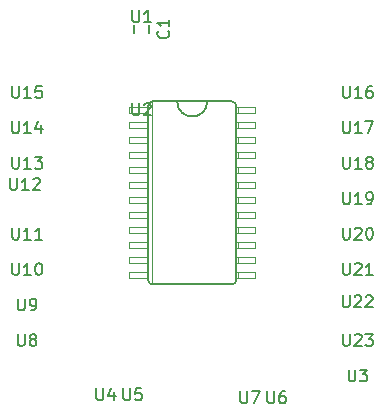
<source format=gbr>
G04 #@! TF.FileFunction,Legend,Top*
%FSLAX46Y46*%
G04 Gerber Fmt 4.6, Leading zero omitted, Abs format (unit mm)*
G04 Created by KiCad (PCBNEW 4.0.2-stable) date Monday, July 11, 2016 'AMt' 10:39:28 AM*
%MOMM*%
G01*
G04 APERTURE LIST*
%ADD10C,0.100000*%
%ADD11C,0.150000*%
%ADD12C,0.066040*%
%ADD13C,0.152400*%
%ADD14C,0.050800*%
G04 APERTURE END LIST*
D10*
D11*
X235296000Y-86772000D02*
X235296000Y-87472000D01*
X234096000Y-87472000D02*
X234096000Y-86772000D01*
D12*
X235139200Y-93763540D02*
X235139200Y-94269000D01*
X235139200Y-94269000D02*
X235266200Y-94269000D01*
X235266200Y-93763540D02*
X235266200Y-94269000D01*
X235139200Y-93763540D02*
X235266200Y-93763540D01*
X233666000Y-93763540D02*
X233666000Y-94269000D01*
X233666000Y-94269000D02*
X235139200Y-94269000D01*
X235139200Y-93763540D02*
X235139200Y-94269000D01*
X233666000Y-93763540D02*
X235139200Y-93763540D01*
X235139200Y-95031000D02*
X235139200Y-95539000D01*
X235139200Y-95539000D02*
X235266200Y-95539000D01*
X235266200Y-95031000D02*
X235266200Y-95539000D01*
X235139200Y-95031000D02*
X235266200Y-95031000D01*
X233666000Y-95031000D02*
X233666000Y-95539000D01*
X233666000Y-95539000D02*
X235139200Y-95539000D01*
X235139200Y-95031000D02*
X235139200Y-95539000D01*
X233666000Y-95031000D02*
X235139200Y-95031000D01*
X235139200Y-96301000D02*
X235139200Y-96809000D01*
X235139200Y-96809000D02*
X235266200Y-96809000D01*
X235266200Y-96301000D02*
X235266200Y-96809000D01*
X235139200Y-96301000D02*
X235266200Y-96301000D01*
X233666000Y-96301000D02*
X233666000Y-96809000D01*
X233666000Y-96809000D02*
X235139200Y-96809000D01*
X235139200Y-96301000D02*
X235139200Y-96809000D01*
X233666000Y-96301000D02*
X235139200Y-96301000D01*
X235139200Y-97571000D02*
X235139200Y-98079000D01*
X235139200Y-98079000D02*
X235266200Y-98079000D01*
X235266200Y-97571000D02*
X235266200Y-98079000D01*
X235139200Y-97571000D02*
X235266200Y-97571000D01*
X233666000Y-97571000D02*
X233666000Y-98079000D01*
X233666000Y-98079000D02*
X235139200Y-98079000D01*
X235139200Y-97571000D02*
X235139200Y-98079000D01*
X233666000Y-97571000D02*
X235139200Y-97571000D01*
X233666000Y-98841000D02*
X233666000Y-99349000D01*
X233666000Y-99349000D02*
X235139200Y-99349000D01*
X235139200Y-98841000D02*
X235139200Y-99349000D01*
X233666000Y-98841000D02*
X235139200Y-98841000D01*
X235139200Y-98841000D02*
X235139200Y-99349000D01*
X235139200Y-99349000D02*
X235266200Y-99349000D01*
X235266200Y-98841000D02*
X235266200Y-99349000D01*
X235139200Y-98841000D02*
X235266200Y-98841000D01*
X235139200Y-100111000D02*
X235139200Y-100619000D01*
X235139200Y-100619000D02*
X235266200Y-100619000D01*
X235266200Y-100111000D02*
X235266200Y-100619000D01*
X235139200Y-100111000D02*
X235266200Y-100111000D01*
X233666000Y-100111000D02*
X233666000Y-100619000D01*
X233666000Y-100619000D02*
X235139200Y-100619000D01*
X235139200Y-100111000D02*
X235139200Y-100619000D01*
X233666000Y-100111000D02*
X235139200Y-100111000D01*
X235139200Y-101381000D02*
X235139200Y-101889000D01*
X235139200Y-101889000D02*
X235266200Y-101889000D01*
X235266200Y-101381000D02*
X235266200Y-101889000D01*
X235139200Y-101381000D02*
X235266200Y-101381000D01*
X233666000Y-101381000D02*
X233666000Y-101889000D01*
X233666000Y-101889000D02*
X235139200Y-101889000D01*
X235139200Y-101381000D02*
X235139200Y-101889000D01*
X233666000Y-101381000D02*
X235139200Y-101381000D01*
X235139200Y-102651000D02*
X235139200Y-103159000D01*
X235139200Y-103159000D02*
X235266200Y-103159000D01*
X235266200Y-102651000D02*
X235266200Y-103159000D01*
X235139200Y-102651000D02*
X235266200Y-102651000D01*
X233666000Y-102651000D02*
X233666000Y-103159000D01*
X233666000Y-103159000D02*
X235139200Y-103159000D01*
X235139200Y-102651000D02*
X235139200Y-103159000D01*
X233666000Y-102651000D02*
X235139200Y-102651000D01*
X242860800Y-93763540D02*
X242860800Y-94269000D01*
X242860800Y-94269000D02*
X244334000Y-94269000D01*
X244334000Y-93763540D02*
X244334000Y-94269000D01*
X242860800Y-93763540D02*
X244334000Y-93763540D01*
X242733800Y-93763540D02*
X242733800Y-94269000D01*
X242733800Y-94269000D02*
X242860800Y-94269000D01*
X242860800Y-93763540D02*
X242860800Y-94269000D01*
X242733800Y-93763540D02*
X242860800Y-93763540D01*
X242733800Y-95031000D02*
X242733800Y-95539000D01*
X242733800Y-95539000D02*
X242860800Y-95539000D01*
X242860800Y-95031000D02*
X242860800Y-95539000D01*
X242733800Y-95031000D02*
X242860800Y-95031000D01*
X242860800Y-95031000D02*
X242860800Y-95539000D01*
X242860800Y-95539000D02*
X244334000Y-95539000D01*
X244334000Y-95031000D02*
X244334000Y-95539000D01*
X242860800Y-95031000D02*
X244334000Y-95031000D01*
X242733800Y-96301000D02*
X242733800Y-96809000D01*
X242733800Y-96809000D02*
X242860800Y-96809000D01*
X242860800Y-96301000D02*
X242860800Y-96809000D01*
X242733800Y-96301000D02*
X242860800Y-96301000D01*
X242860800Y-96301000D02*
X242860800Y-96809000D01*
X242860800Y-96809000D02*
X244334000Y-96809000D01*
X244334000Y-96301000D02*
X244334000Y-96809000D01*
X242860800Y-96301000D02*
X244334000Y-96301000D01*
X242733800Y-97571000D02*
X242733800Y-98079000D01*
X242733800Y-98079000D02*
X242860800Y-98079000D01*
X242860800Y-97571000D02*
X242860800Y-98079000D01*
X242733800Y-97571000D02*
X242860800Y-97571000D01*
X242860800Y-97571000D02*
X242860800Y-98079000D01*
X242860800Y-98079000D02*
X244334000Y-98079000D01*
X244334000Y-97571000D02*
X244334000Y-98079000D01*
X242860800Y-97571000D02*
X244334000Y-97571000D01*
X242733800Y-98841000D02*
X242733800Y-99349000D01*
X242733800Y-99349000D02*
X242860800Y-99349000D01*
X242860800Y-98841000D02*
X242860800Y-99349000D01*
X242733800Y-98841000D02*
X242860800Y-98841000D01*
X242860800Y-98841000D02*
X242860800Y-99349000D01*
X242860800Y-99349000D02*
X244334000Y-99349000D01*
X244334000Y-98841000D02*
X244334000Y-99349000D01*
X242860800Y-98841000D02*
X244334000Y-98841000D01*
X242733800Y-100111000D02*
X242733800Y-100619000D01*
X242733800Y-100619000D02*
X242860800Y-100619000D01*
X242860800Y-100111000D02*
X242860800Y-100619000D01*
X242733800Y-100111000D02*
X242860800Y-100111000D01*
X242860800Y-100111000D02*
X242860800Y-100619000D01*
X242860800Y-100619000D02*
X244334000Y-100619000D01*
X244334000Y-100111000D02*
X244334000Y-100619000D01*
X242860800Y-100111000D02*
X244334000Y-100111000D01*
X242733800Y-101381000D02*
X242733800Y-101889000D01*
X242733800Y-101889000D02*
X242860800Y-101889000D01*
X242860800Y-101381000D02*
X242860800Y-101889000D01*
X242733800Y-101381000D02*
X242860800Y-101381000D01*
X242860800Y-101381000D02*
X242860800Y-101889000D01*
X242860800Y-101889000D02*
X244334000Y-101889000D01*
X244334000Y-101381000D02*
X244334000Y-101889000D01*
X242860800Y-101381000D02*
X244334000Y-101381000D01*
X242733800Y-102651000D02*
X242733800Y-103159000D01*
X242733800Y-103159000D02*
X242860800Y-103159000D01*
X242860800Y-102651000D02*
X242860800Y-103159000D01*
X242733800Y-102651000D02*
X242860800Y-102651000D01*
X242860800Y-102651000D02*
X242860800Y-103159000D01*
X242860800Y-103159000D02*
X244334000Y-103159000D01*
X244334000Y-102651000D02*
X244334000Y-103159000D01*
X242860800Y-102651000D02*
X244334000Y-102651000D01*
X242733800Y-103921000D02*
X242733800Y-104429000D01*
X242733800Y-104429000D02*
X242860800Y-104429000D01*
X242860800Y-103921000D02*
X242860800Y-104429000D01*
X242733800Y-103921000D02*
X242860800Y-103921000D01*
X242733800Y-105191000D02*
X242733800Y-105699000D01*
X242733800Y-105699000D02*
X242860800Y-105699000D01*
X242860800Y-105191000D02*
X242860800Y-105699000D01*
X242733800Y-105191000D02*
X242860800Y-105191000D01*
X242733800Y-106461000D02*
X242733800Y-106969000D01*
X242733800Y-106969000D02*
X242860800Y-106969000D01*
X242860800Y-106461000D02*
X242860800Y-106969000D01*
X242733800Y-106461000D02*
X242860800Y-106461000D01*
X242733800Y-107731000D02*
X242733800Y-108236460D01*
X242733800Y-108236460D02*
X242860800Y-108236460D01*
X242860800Y-107731000D02*
X242860800Y-108236460D01*
X242733800Y-107731000D02*
X242860800Y-107731000D01*
X242860800Y-103921000D02*
X242860800Y-104429000D01*
X242860800Y-104429000D02*
X244334000Y-104429000D01*
X244334000Y-103921000D02*
X244334000Y-104429000D01*
X242860800Y-103921000D02*
X244334000Y-103921000D01*
X242860800Y-105191000D02*
X242860800Y-105699000D01*
X242860800Y-105699000D02*
X244334000Y-105699000D01*
X244334000Y-105191000D02*
X244334000Y-105699000D01*
X242860800Y-105191000D02*
X244334000Y-105191000D01*
X242860800Y-106461000D02*
X242860800Y-106969000D01*
X242860800Y-106969000D02*
X244334000Y-106969000D01*
X244334000Y-106461000D02*
X244334000Y-106969000D01*
X242860800Y-106461000D02*
X244334000Y-106461000D01*
X242860800Y-107731000D02*
X242860800Y-108236460D01*
X242860800Y-108236460D02*
X244334000Y-108236460D01*
X244334000Y-107731000D02*
X244334000Y-108236460D01*
X242860800Y-107731000D02*
X244334000Y-107731000D01*
X235139200Y-103921000D02*
X235139200Y-104429000D01*
X235139200Y-104429000D02*
X235266200Y-104429000D01*
X235266200Y-103921000D02*
X235266200Y-104429000D01*
X235139200Y-103921000D02*
X235266200Y-103921000D01*
X235139200Y-105191000D02*
X235139200Y-105699000D01*
X235139200Y-105699000D02*
X235266200Y-105699000D01*
X235266200Y-105191000D02*
X235266200Y-105699000D01*
X235139200Y-105191000D02*
X235266200Y-105191000D01*
X235139200Y-106461000D02*
X235139200Y-106969000D01*
X235139200Y-106969000D02*
X235266200Y-106969000D01*
X235266200Y-106461000D02*
X235266200Y-106969000D01*
X235139200Y-106461000D02*
X235266200Y-106461000D01*
X235139200Y-107731000D02*
X235139200Y-108236460D01*
X235139200Y-108236460D02*
X235266200Y-108236460D01*
X235266200Y-107731000D02*
X235266200Y-108236460D01*
X235139200Y-107731000D02*
X235266200Y-107731000D01*
X233666000Y-103921000D02*
X233666000Y-104429000D01*
X233666000Y-104429000D02*
X235139200Y-104429000D01*
X235139200Y-103921000D02*
X235139200Y-104429000D01*
X233666000Y-103921000D02*
X235139200Y-103921000D01*
X233666000Y-105191000D02*
X233666000Y-105699000D01*
X233666000Y-105699000D02*
X235139200Y-105699000D01*
X235139200Y-105191000D02*
X235139200Y-105699000D01*
X233666000Y-105191000D02*
X235139200Y-105191000D01*
X233666000Y-106461000D02*
X233666000Y-106969000D01*
X233666000Y-106969000D02*
X235139200Y-106969000D01*
X235139200Y-106461000D02*
X235139200Y-106969000D01*
X233666000Y-106461000D02*
X235139200Y-106461000D01*
X233666000Y-107731000D02*
X233666000Y-108236460D01*
X233666000Y-108236460D02*
X235139200Y-108236460D01*
X235139200Y-107731000D02*
X235139200Y-108236460D01*
X233666000Y-107731000D02*
X235139200Y-107731000D01*
D13*
X242733800Y-108366000D02*
X242733800Y-93634000D01*
X235266200Y-93634000D02*
X235266200Y-108366000D01*
X235647200Y-108747000D02*
X242352800Y-108747000D01*
X242352800Y-93253000D02*
X235647200Y-93253000D01*
D14*
X235621800Y-93253000D02*
X235621800Y-108747000D01*
D13*
X235266200Y-108366000D02*
G75*
G03X235647200Y-108747000I381000J0D01*
G01*
X242733800Y-93634000D02*
G75*
G03X242352800Y-93253000I-381000J0D01*
G01*
X242352800Y-108747000D02*
G75*
G03X242733800Y-108366000I0J381000D01*
G01*
X235647200Y-93253000D02*
G75*
G03X235266200Y-93634000I0J-381000D01*
G01*
X237730000Y-93253000D02*
G75*
G03X240270000Y-93253000I1270000J0D01*
G01*
D11*
X236953143Y-87288666D02*
X237000762Y-87336285D01*
X237048381Y-87479142D01*
X237048381Y-87574380D01*
X237000762Y-87717238D01*
X236905524Y-87812476D01*
X236810286Y-87860095D01*
X236619810Y-87907714D01*
X236476952Y-87907714D01*
X236286476Y-87860095D01*
X236191238Y-87812476D01*
X236096000Y-87717238D01*
X236048381Y-87574380D01*
X236048381Y-87479142D01*
X236096000Y-87336285D01*
X236143619Y-87288666D01*
X237048381Y-86336285D02*
X237048381Y-86907714D01*
X237048381Y-86622000D02*
X236048381Y-86622000D01*
X236191238Y-86717238D01*
X236286476Y-86812476D01*
X236334095Y-86907714D01*
X233934095Y-85550381D02*
X233934095Y-86359905D01*
X233981714Y-86455143D01*
X234029333Y-86502762D01*
X234124571Y-86550381D01*
X234315048Y-86550381D01*
X234410286Y-86502762D01*
X234457905Y-86455143D01*
X234505524Y-86359905D01*
X234505524Y-85550381D01*
X235505524Y-86550381D02*
X234934095Y-86550381D01*
X235219809Y-86550381D02*
X235219809Y-85550381D01*
X235124571Y-85693238D01*
X235029333Y-85788476D01*
X234934095Y-85836095D01*
X233934095Y-93424381D02*
X233934095Y-94233905D01*
X233981714Y-94329143D01*
X234029333Y-94376762D01*
X234124571Y-94424381D01*
X234315048Y-94424381D01*
X234410286Y-94376762D01*
X234457905Y-94329143D01*
X234505524Y-94233905D01*
X234505524Y-93424381D01*
X234934095Y-93519619D02*
X234981714Y-93472000D01*
X235076952Y-93424381D01*
X235315048Y-93424381D01*
X235410286Y-93472000D01*
X235457905Y-93519619D01*
X235505524Y-93614857D01*
X235505524Y-93710095D01*
X235457905Y-93852952D01*
X234886476Y-94424381D01*
X235505524Y-94424381D01*
X252238095Y-115952381D02*
X252238095Y-116761905D01*
X252285714Y-116857143D01*
X252333333Y-116904762D01*
X252428571Y-116952381D01*
X252619048Y-116952381D01*
X252714286Y-116904762D01*
X252761905Y-116857143D01*
X252809524Y-116761905D01*
X252809524Y-115952381D01*
X253190476Y-115952381D02*
X253809524Y-115952381D01*
X253476190Y-116333333D01*
X253619048Y-116333333D01*
X253714286Y-116380952D01*
X253761905Y-116428571D01*
X253809524Y-116523810D01*
X253809524Y-116761905D01*
X253761905Y-116857143D01*
X253714286Y-116904762D01*
X253619048Y-116952381D01*
X253333333Y-116952381D01*
X253238095Y-116904762D01*
X253190476Y-116857143D01*
X230886095Y-117554381D02*
X230886095Y-118363905D01*
X230933714Y-118459143D01*
X230981333Y-118506762D01*
X231076571Y-118554381D01*
X231267048Y-118554381D01*
X231362286Y-118506762D01*
X231409905Y-118459143D01*
X231457524Y-118363905D01*
X231457524Y-117554381D01*
X232362286Y-117887714D02*
X232362286Y-118554381D01*
X232124190Y-117506762D02*
X231886095Y-118221048D01*
X232505143Y-118221048D01*
X233172095Y-117554381D02*
X233172095Y-118363905D01*
X233219714Y-118459143D01*
X233267333Y-118506762D01*
X233362571Y-118554381D01*
X233553048Y-118554381D01*
X233648286Y-118506762D01*
X233695905Y-118459143D01*
X233743524Y-118363905D01*
X233743524Y-117554381D01*
X234695905Y-117554381D02*
X234219714Y-117554381D01*
X234172095Y-118030571D01*
X234219714Y-117982952D01*
X234314952Y-117935333D01*
X234553048Y-117935333D01*
X234648286Y-117982952D01*
X234695905Y-118030571D01*
X234743524Y-118125810D01*
X234743524Y-118363905D01*
X234695905Y-118459143D01*
X234648286Y-118506762D01*
X234553048Y-118554381D01*
X234314952Y-118554381D01*
X234219714Y-118506762D01*
X234172095Y-118459143D01*
X245364095Y-117808381D02*
X245364095Y-118617905D01*
X245411714Y-118713143D01*
X245459333Y-118760762D01*
X245554571Y-118808381D01*
X245745048Y-118808381D01*
X245840286Y-118760762D01*
X245887905Y-118713143D01*
X245935524Y-118617905D01*
X245935524Y-117808381D01*
X246840286Y-117808381D02*
X246649809Y-117808381D01*
X246554571Y-117856000D01*
X246506952Y-117903619D01*
X246411714Y-118046476D01*
X246364095Y-118236952D01*
X246364095Y-118617905D01*
X246411714Y-118713143D01*
X246459333Y-118760762D01*
X246554571Y-118808381D01*
X246745048Y-118808381D01*
X246840286Y-118760762D01*
X246887905Y-118713143D01*
X246935524Y-118617905D01*
X246935524Y-118379810D01*
X246887905Y-118284571D01*
X246840286Y-118236952D01*
X246745048Y-118189333D01*
X246554571Y-118189333D01*
X246459333Y-118236952D01*
X246411714Y-118284571D01*
X246364095Y-118379810D01*
X243078095Y-117808381D02*
X243078095Y-118617905D01*
X243125714Y-118713143D01*
X243173333Y-118760762D01*
X243268571Y-118808381D01*
X243459048Y-118808381D01*
X243554286Y-118760762D01*
X243601905Y-118713143D01*
X243649524Y-118617905D01*
X243649524Y-117808381D01*
X244030476Y-117808381D02*
X244697143Y-117808381D01*
X244268571Y-118808381D01*
X224238095Y-112952381D02*
X224238095Y-113761905D01*
X224285714Y-113857143D01*
X224333333Y-113904762D01*
X224428571Y-113952381D01*
X224619048Y-113952381D01*
X224714286Y-113904762D01*
X224761905Y-113857143D01*
X224809524Y-113761905D01*
X224809524Y-112952381D01*
X225428571Y-113380952D02*
X225333333Y-113333333D01*
X225285714Y-113285714D01*
X225238095Y-113190476D01*
X225238095Y-113142857D01*
X225285714Y-113047619D01*
X225333333Y-113000000D01*
X225428571Y-112952381D01*
X225619048Y-112952381D01*
X225714286Y-113000000D01*
X225761905Y-113047619D01*
X225809524Y-113142857D01*
X225809524Y-113190476D01*
X225761905Y-113285714D01*
X225714286Y-113333333D01*
X225619048Y-113380952D01*
X225428571Y-113380952D01*
X225333333Y-113428571D01*
X225285714Y-113476190D01*
X225238095Y-113571429D01*
X225238095Y-113761905D01*
X225285714Y-113857143D01*
X225333333Y-113904762D01*
X225428571Y-113952381D01*
X225619048Y-113952381D01*
X225714286Y-113904762D01*
X225761905Y-113857143D01*
X225809524Y-113761905D01*
X225809524Y-113571429D01*
X225761905Y-113476190D01*
X225714286Y-113428571D01*
X225619048Y-113380952D01*
X224238095Y-109952381D02*
X224238095Y-110761905D01*
X224285714Y-110857143D01*
X224333333Y-110904762D01*
X224428571Y-110952381D01*
X224619048Y-110952381D01*
X224714286Y-110904762D01*
X224761905Y-110857143D01*
X224809524Y-110761905D01*
X224809524Y-109952381D01*
X225333333Y-110952381D02*
X225523809Y-110952381D01*
X225619048Y-110904762D01*
X225666667Y-110857143D01*
X225761905Y-110714286D01*
X225809524Y-110523810D01*
X225809524Y-110142857D01*
X225761905Y-110047619D01*
X225714286Y-110000000D01*
X225619048Y-109952381D01*
X225428571Y-109952381D01*
X225333333Y-110000000D01*
X225285714Y-110047619D01*
X225238095Y-110142857D01*
X225238095Y-110380952D01*
X225285714Y-110476190D01*
X225333333Y-110523810D01*
X225428571Y-110571429D01*
X225619048Y-110571429D01*
X225714286Y-110523810D01*
X225761905Y-110476190D01*
X225809524Y-110380952D01*
X223761905Y-106952381D02*
X223761905Y-107761905D01*
X223809524Y-107857143D01*
X223857143Y-107904762D01*
X223952381Y-107952381D01*
X224142858Y-107952381D01*
X224238096Y-107904762D01*
X224285715Y-107857143D01*
X224333334Y-107761905D01*
X224333334Y-106952381D01*
X225333334Y-107952381D02*
X224761905Y-107952381D01*
X225047619Y-107952381D02*
X225047619Y-106952381D01*
X224952381Y-107095238D01*
X224857143Y-107190476D01*
X224761905Y-107238095D01*
X225952381Y-106952381D02*
X226047620Y-106952381D01*
X226142858Y-107000000D01*
X226190477Y-107047619D01*
X226238096Y-107142857D01*
X226285715Y-107333333D01*
X226285715Y-107571429D01*
X226238096Y-107761905D01*
X226190477Y-107857143D01*
X226142858Y-107904762D01*
X226047620Y-107952381D01*
X225952381Y-107952381D01*
X225857143Y-107904762D01*
X225809524Y-107857143D01*
X225761905Y-107761905D01*
X225714286Y-107571429D01*
X225714286Y-107333333D01*
X225761905Y-107142857D01*
X225809524Y-107047619D01*
X225857143Y-107000000D01*
X225952381Y-106952381D01*
X223761905Y-103952381D02*
X223761905Y-104761905D01*
X223809524Y-104857143D01*
X223857143Y-104904762D01*
X223952381Y-104952381D01*
X224142858Y-104952381D01*
X224238096Y-104904762D01*
X224285715Y-104857143D01*
X224333334Y-104761905D01*
X224333334Y-103952381D01*
X225333334Y-104952381D02*
X224761905Y-104952381D01*
X225047619Y-104952381D02*
X225047619Y-103952381D01*
X224952381Y-104095238D01*
X224857143Y-104190476D01*
X224761905Y-104238095D01*
X226285715Y-104952381D02*
X225714286Y-104952381D01*
X226000000Y-104952381D02*
X226000000Y-103952381D01*
X225904762Y-104095238D01*
X225809524Y-104190476D01*
X225714286Y-104238095D01*
X223571405Y-99753881D02*
X223571405Y-100563405D01*
X223619024Y-100658643D01*
X223666643Y-100706262D01*
X223761881Y-100753881D01*
X223952358Y-100753881D01*
X224047596Y-100706262D01*
X224095215Y-100658643D01*
X224142834Y-100563405D01*
X224142834Y-99753881D01*
X225142834Y-100753881D02*
X224571405Y-100753881D01*
X224857119Y-100753881D02*
X224857119Y-99753881D01*
X224761881Y-99896738D01*
X224666643Y-99991976D01*
X224571405Y-100039595D01*
X225523786Y-99849119D02*
X225571405Y-99801500D01*
X225666643Y-99753881D01*
X225904739Y-99753881D01*
X225999977Y-99801500D01*
X226047596Y-99849119D01*
X226095215Y-99944357D01*
X226095215Y-100039595D01*
X226047596Y-100182452D01*
X225476167Y-100753881D01*
X226095215Y-100753881D01*
X223761905Y-97952381D02*
X223761905Y-98761905D01*
X223809524Y-98857143D01*
X223857143Y-98904762D01*
X223952381Y-98952381D01*
X224142858Y-98952381D01*
X224238096Y-98904762D01*
X224285715Y-98857143D01*
X224333334Y-98761905D01*
X224333334Y-97952381D01*
X225333334Y-98952381D02*
X224761905Y-98952381D01*
X225047619Y-98952381D02*
X225047619Y-97952381D01*
X224952381Y-98095238D01*
X224857143Y-98190476D01*
X224761905Y-98238095D01*
X225666667Y-97952381D02*
X226285715Y-97952381D01*
X225952381Y-98333333D01*
X226095239Y-98333333D01*
X226190477Y-98380952D01*
X226238096Y-98428571D01*
X226285715Y-98523810D01*
X226285715Y-98761905D01*
X226238096Y-98857143D01*
X226190477Y-98904762D01*
X226095239Y-98952381D01*
X225809524Y-98952381D01*
X225714286Y-98904762D01*
X225666667Y-98857143D01*
X223761905Y-94952381D02*
X223761905Y-95761905D01*
X223809524Y-95857143D01*
X223857143Y-95904762D01*
X223952381Y-95952381D01*
X224142858Y-95952381D01*
X224238096Y-95904762D01*
X224285715Y-95857143D01*
X224333334Y-95761905D01*
X224333334Y-94952381D01*
X225333334Y-95952381D02*
X224761905Y-95952381D01*
X225047619Y-95952381D02*
X225047619Y-94952381D01*
X224952381Y-95095238D01*
X224857143Y-95190476D01*
X224761905Y-95238095D01*
X226190477Y-95285714D02*
X226190477Y-95952381D01*
X225952381Y-94904762D02*
X225714286Y-95619048D01*
X226333334Y-95619048D01*
X223761905Y-91952381D02*
X223761905Y-92761905D01*
X223809524Y-92857143D01*
X223857143Y-92904762D01*
X223952381Y-92952381D01*
X224142858Y-92952381D01*
X224238096Y-92904762D01*
X224285715Y-92857143D01*
X224333334Y-92761905D01*
X224333334Y-91952381D01*
X225333334Y-92952381D02*
X224761905Y-92952381D01*
X225047619Y-92952381D02*
X225047619Y-91952381D01*
X224952381Y-92095238D01*
X224857143Y-92190476D01*
X224761905Y-92238095D01*
X226238096Y-91952381D02*
X225761905Y-91952381D01*
X225714286Y-92428571D01*
X225761905Y-92380952D01*
X225857143Y-92333333D01*
X226095239Y-92333333D01*
X226190477Y-92380952D01*
X226238096Y-92428571D01*
X226285715Y-92523810D01*
X226285715Y-92761905D01*
X226238096Y-92857143D01*
X226190477Y-92904762D01*
X226095239Y-92952381D01*
X225857143Y-92952381D01*
X225761905Y-92904762D01*
X225714286Y-92857143D01*
X251761905Y-91952381D02*
X251761905Y-92761905D01*
X251809524Y-92857143D01*
X251857143Y-92904762D01*
X251952381Y-92952381D01*
X252142858Y-92952381D01*
X252238096Y-92904762D01*
X252285715Y-92857143D01*
X252333334Y-92761905D01*
X252333334Y-91952381D01*
X253333334Y-92952381D02*
X252761905Y-92952381D01*
X253047619Y-92952381D02*
X253047619Y-91952381D01*
X252952381Y-92095238D01*
X252857143Y-92190476D01*
X252761905Y-92238095D01*
X254190477Y-91952381D02*
X254000000Y-91952381D01*
X253904762Y-92000000D01*
X253857143Y-92047619D01*
X253761905Y-92190476D01*
X253714286Y-92380952D01*
X253714286Y-92761905D01*
X253761905Y-92857143D01*
X253809524Y-92904762D01*
X253904762Y-92952381D01*
X254095239Y-92952381D01*
X254190477Y-92904762D01*
X254238096Y-92857143D01*
X254285715Y-92761905D01*
X254285715Y-92523810D01*
X254238096Y-92428571D01*
X254190477Y-92380952D01*
X254095239Y-92333333D01*
X253904762Y-92333333D01*
X253809524Y-92380952D01*
X253761905Y-92428571D01*
X253714286Y-92523810D01*
X251761905Y-94952381D02*
X251761905Y-95761905D01*
X251809524Y-95857143D01*
X251857143Y-95904762D01*
X251952381Y-95952381D01*
X252142858Y-95952381D01*
X252238096Y-95904762D01*
X252285715Y-95857143D01*
X252333334Y-95761905D01*
X252333334Y-94952381D01*
X253333334Y-95952381D02*
X252761905Y-95952381D01*
X253047619Y-95952381D02*
X253047619Y-94952381D01*
X252952381Y-95095238D01*
X252857143Y-95190476D01*
X252761905Y-95238095D01*
X253666667Y-94952381D02*
X254333334Y-94952381D01*
X253904762Y-95952381D01*
X251761905Y-97952381D02*
X251761905Y-98761905D01*
X251809524Y-98857143D01*
X251857143Y-98904762D01*
X251952381Y-98952381D01*
X252142858Y-98952381D01*
X252238096Y-98904762D01*
X252285715Y-98857143D01*
X252333334Y-98761905D01*
X252333334Y-97952381D01*
X253333334Y-98952381D02*
X252761905Y-98952381D01*
X253047619Y-98952381D02*
X253047619Y-97952381D01*
X252952381Y-98095238D01*
X252857143Y-98190476D01*
X252761905Y-98238095D01*
X253904762Y-98380952D02*
X253809524Y-98333333D01*
X253761905Y-98285714D01*
X253714286Y-98190476D01*
X253714286Y-98142857D01*
X253761905Y-98047619D01*
X253809524Y-98000000D01*
X253904762Y-97952381D01*
X254095239Y-97952381D01*
X254190477Y-98000000D01*
X254238096Y-98047619D01*
X254285715Y-98142857D01*
X254285715Y-98190476D01*
X254238096Y-98285714D01*
X254190477Y-98333333D01*
X254095239Y-98380952D01*
X253904762Y-98380952D01*
X253809524Y-98428571D01*
X253761905Y-98476190D01*
X253714286Y-98571429D01*
X253714286Y-98761905D01*
X253761905Y-98857143D01*
X253809524Y-98904762D01*
X253904762Y-98952381D01*
X254095239Y-98952381D01*
X254190477Y-98904762D01*
X254238096Y-98857143D01*
X254285715Y-98761905D01*
X254285715Y-98571429D01*
X254238096Y-98476190D01*
X254190477Y-98428571D01*
X254095239Y-98380952D01*
X251761905Y-100952381D02*
X251761905Y-101761905D01*
X251809524Y-101857143D01*
X251857143Y-101904762D01*
X251952381Y-101952381D01*
X252142858Y-101952381D01*
X252238096Y-101904762D01*
X252285715Y-101857143D01*
X252333334Y-101761905D01*
X252333334Y-100952381D01*
X253333334Y-101952381D02*
X252761905Y-101952381D01*
X253047619Y-101952381D02*
X253047619Y-100952381D01*
X252952381Y-101095238D01*
X252857143Y-101190476D01*
X252761905Y-101238095D01*
X253809524Y-101952381D02*
X254000000Y-101952381D01*
X254095239Y-101904762D01*
X254142858Y-101857143D01*
X254238096Y-101714286D01*
X254285715Y-101523810D01*
X254285715Y-101142857D01*
X254238096Y-101047619D01*
X254190477Y-101000000D01*
X254095239Y-100952381D01*
X253904762Y-100952381D01*
X253809524Y-101000000D01*
X253761905Y-101047619D01*
X253714286Y-101142857D01*
X253714286Y-101380952D01*
X253761905Y-101476190D01*
X253809524Y-101523810D01*
X253904762Y-101571429D01*
X254095239Y-101571429D01*
X254190477Y-101523810D01*
X254238096Y-101476190D01*
X254285715Y-101380952D01*
X251761905Y-103952381D02*
X251761905Y-104761905D01*
X251809524Y-104857143D01*
X251857143Y-104904762D01*
X251952381Y-104952381D01*
X252142858Y-104952381D01*
X252238096Y-104904762D01*
X252285715Y-104857143D01*
X252333334Y-104761905D01*
X252333334Y-103952381D01*
X252761905Y-104047619D02*
X252809524Y-104000000D01*
X252904762Y-103952381D01*
X253142858Y-103952381D01*
X253238096Y-104000000D01*
X253285715Y-104047619D01*
X253333334Y-104142857D01*
X253333334Y-104238095D01*
X253285715Y-104380952D01*
X252714286Y-104952381D01*
X253333334Y-104952381D01*
X253952381Y-103952381D02*
X254047620Y-103952381D01*
X254142858Y-104000000D01*
X254190477Y-104047619D01*
X254238096Y-104142857D01*
X254285715Y-104333333D01*
X254285715Y-104571429D01*
X254238096Y-104761905D01*
X254190477Y-104857143D01*
X254142858Y-104904762D01*
X254047620Y-104952381D01*
X253952381Y-104952381D01*
X253857143Y-104904762D01*
X253809524Y-104857143D01*
X253761905Y-104761905D01*
X253714286Y-104571429D01*
X253714286Y-104333333D01*
X253761905Y-104142857D01*
X253809524Y-104047619D01*
X253857143Y-104000000D01*
X253952381Y-103952381D01*
X251761905Y-106952381D02*
X251761905Y-107761905D01*
X251809524Y-107857143D01*
X251857143Y-107904762D01*
X251952381Y-107952381D01*
X252142858Y-107952381D01*
X252238096Y-107904762D01*
X252285715Y-107857143D01*
X252333334Y-107761905D01*
X252333334Y-106952381D01*
X252761905Y-107047619D02*
X252809524Y-107000000D01*
X252904762Y-106952381D01*
X253142858Y-106952381D01*
X253238096Y-107000000D01*
X253285715Y-107047619D01*
X253333334Y-107142857D01*
X253333334Y-107238095D01*
X253285715Y-107380952D01*
X252714286Y-107952381D01*
X253333334Y-107952381D01*
X254285715Y-107952381D02*
X253714286Y-107952381D01*
X254000000Y-107952381D02*
X254000000Y-106952381D01*
X253904762Y-107095238D01*
X253809524Y-107190476D01*
X253714286Y-107238095D01*
X251745905Y-109680381D02*
X251745905Y-110489905D01*
X251793524Y-110585143D01*
X251841143Y-110632762D01*
X251936381Y-110680381D01*
X252126858Y-110680381D01*
X252222096Y-110632762D01*
X252269715Y-110585143D01*
X252317334Y-110489905D01*
X252317334Y-109680381D01*
X252745905Y-109775619D02*
X252793524Y-109728000D01*
X252888762Y-109680381D01*
X253126858Y-109680381D01*
X253222096Y-109728000D01*
X253269715Y-109775619D01*
X253317334Y-109870857D01*
X253317334Y-109966095D01*
X253269715Y-110108952D01*
X252698286Y-110680381D01*
X253317334Y-110680381D01*
X253698286Y-109775619D02*
X253745905Y-109728000D01*
X253841143Y-109680381D01*
X254079239Y-109680381D01*
X254174477Y-109728000D01*
X254222096Y-109775619D01*
X254269715Y-109870857D01*
X254269715Y-109966095D01*
X254222096Y-110108952D01*
X253650667Y-110680381D01*
X254269715Y-110680381D01*
X251761905Y-112952381D02*
X251761905Y-113761905D01*
X251809524Y-113857143D01*
X251857143Y-113904762D01*
X251952381Y-113952381D01*
X252142858Y-113952381D01*
X252238096Y-113904762D01*
X252285715Y-113857143D01*
X252333334Y-113761905D01*
X252333334Y-112952381D01*
X252761905Y-113047619D02*
X252809524Y-113000000D01*
X252904762Y-112952381D01*
X253142858Y-112952381D01*
X253238096Y-113000000D01*
X253285715Y-113047619D01*
X253333334Y-113142857D01*
X253333334Y-113238095D01*
X253285715Y-113380952D01*
X252714286Y-113952381D01*
X253333334Y-113952381D01*
X253666667Y-112952381D02*
X254285715Y-112952381D01*
X253952381Y-113333333D01*
X254095239Y-113333333D01*
X254190477Y-113380952D01*
X254238096Y-113428571D01*
X254285715Y-113523810D01*
X254285715Y-113761905D01*
X254238096Y-113857143D01*
X254190477Y-113904762D01*
X254095239Y-113952381D01*
X253809524Y-113952381D01*
X253714286Y-113904762D01*
X253666667Y-113857143D01*
M02*

</source>
